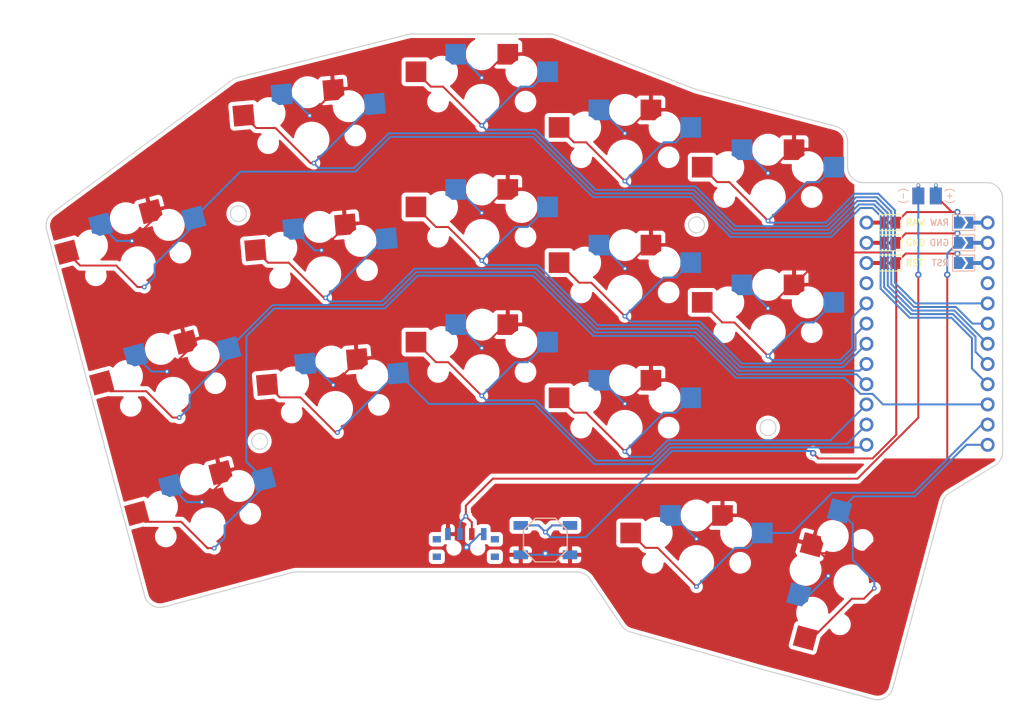
<source format=kicad_pcb>
(kicad_pcb (version 20211014) (generator pcbnew)
  (title_block (title "board") (rev "v1.0.0") (company "Unknown"))
  (layers (0 "F.Cu" signal) (31 "B.Cu" signal) (34 "B.Paste" user) (35 "F.Paste" user) (36 "B.SilkS" user "B.Silkscreen") (37 "F.SilkS" user "F.Silkscreen") (38 "B.Mask" user) (39 "F.Mask" user) (44 "Edge.Cuts" user))
  (net 0 "")
  (net 1 "GND")
  (net 2 "P5")
  (net 3 "P15")
  (net 4 "P4")
  (net 5 "P10")
  (net 6 "P18")
  (net 7 "P3")
  (net 8 "P16")
  (net 9 "P19")
  (net 10 "P2")
  (net 11 "P14")
  (net 12 "P20")
  (net 13 "P21")
  (net 14 "P8")
  (net 15 "P9")
  (net 16 "RAW")
  (net 17 "RST")
  (net 18 "P6")
  (net 19 "P7")
  (net 20 "Bminus")
  (footprint "bugs.pretty:Power_reversible" (layer "F.Cu") (at 32.423065 2.880998)
    (fp_text reference "T1" hide)
    (fp_text value "")
  )
  (footprint "E73:SW_TACT_ALPS_SKQGABE010" (layer "F.Cu") (at 42.423065 1.880998)
    (fp_text reference "B1" hide)
    (fp_text value "" hide)
  )
  (footprint "VIA-0.6mm" (layer "F.Cu") (at 70.423065 -27.264279)
    (fp_text reference "REF**" hide)
    (fp_text value "VIA-0.6mm" hide)
  )
  (footprint "VIA-0.6mm" (layer "F.Cu") (at -5.176381 -19.318517 15)
    (fp_text reference "REF**" hide)
    (fp_text value "VIA-0.6mm" hide)
  )
  (footprint "VIA-0.6mm" (layer "F.Cu") (at 34.423065 -50.264279)
    (fp_text reference "REF**" hide)
    (fp_text value "VIA-0.6mm" hide)
  )
  (footprint "PG1350" (layer "F.Cu") (at 80.892855 7.167315 75)
    (fp_text reference "S16" hide)
    (fp_text value "" hide)
  )
  (footprint "VIA-0.6mm" (layer "F.Cu") (at 52.423065 -26.264279)
    (fp_text reference "REF**" hide)
    (fp_text value "VIA-0.6mm" hide)
  )
  (footprint "PG1350" (layer "F.Cu") (at 52.423065 -46.264279)
    (fp_text reference "S12" hide)
    (fp_text value "" hide)
  )
  (footprint "PG1350" (layer "F.Cu") (at -4.399924 -16.420739 15)
    (fp_text reference "S2" hide)
    (fp_text value "" hide)
  )
  (footprint "VIA-0.6mm" (layer "F.Cu") (at 14.785701 -28.588251 5)
    (fp_text reference "REF**" hide)
    (fp_text value "VIA-0.6mm" hide)
  )
  (footprint "VIA-0.6mm" (layer "F.Cu") (at 12.781119 -51.500729 5)
    (fp_text reference "REF**" hide)
    (fp_text value "VIA-0.6mm" hide)
  )
  (footprint "VIA-0.6mm" (layer "F.Cu") (at 52.423065 -15.264279)
    (fp_text reference "REF**" hide)
    (fp_text value "VIA-0.6mm" hide)
  )
  (footprint "VIA-0.6mm" (layer "F.Cu") (at -8.02339 -29.943701 15)
    (fp_text reference "REF**" hide)
    (fp_text value "VIA-0.6mm" hide)
  )
  (footprint "VIA-0.6mm" (layer "F.Cu") (at 0.776457 2.897778 15)
    (fp_text reference "REF**" hide)
    (fp_text value "VIA-0.6mm" hide)
  )
  (footprint "VIA-0.6mm" (layer "F.Cu") (at -3.623467 -13.522962 15)
    (fp_text reference "REF**" hide)
    (fp_text value "VIA-0.6mm" hide)
  )
  (footprint "PG1350" (layer "F.Cu") (at 14.524234 -31.576835 5)
    (fp_text reference "S5" hide)
    (fp_text value "" hide)
  )
  (footprint "VIA-0.6mm" (layer "F.Cu") (at 70.423065 -44.264279)
    (fp_text reference "REF**" hide)
    (fp_text value "VIA-0.6mm" hide)
  )
  (footprint "PG1350" (layer "F.Cu") (at 13.042586 -48.512145 5)
    (fp_text reference "S6" hide)
    (fp_text value "" hide)
  )
  (footprint "VIA-0.6mm" (layer "F.Cu") (at 52.423065 -49.264279)
    (fp_text reference "REF**" hide)
    (fp_text value "VIA-0.6mm" hide)
  )
  (footprint "VIA-0.6mm" (layer "F.Cu") (at 15.744415 -17.630109 5)
    (fp_text reference "REF**" hide)
    (fp_text value "VIA-0.6mm" hide)
  )
  (footprint "VIA-0.6mm" (layer "F.Cu") (at 70.423065 -38.264279)
    (fp_text reference "REF**" hide)
    (fp_text value "VIA-0.6mm" hide)
  )
  (footprint "PG1350" (layer "F.Cu") (at 52.423065 -29.264279)
    (fp_text reference "S11" hide)
    (fp_text value "" hide)
  )
  (footprint "PG1350" (layer "F.Cu") (at 0 0 15)
    (fp_text reference "S1" hide)
    (fp_text value "" hide)
  )
  (footprint "VIA-0.6mm" (layer "F.Cu") (at 34.423065 -16.264279)
    (fp_text reference "REF**" hide)
    (fp_text value "VIA-0.6mm" hide)
  )
  (footprint "trochillidae.pretty:ProMicroSimpleJumper" (layer "F.Cu") (at 90.423065 -24.072646 -90)
    (fp_text reference "MCU1" hide)
    (fp_text value "Val**" hide)
  )
  (footprint "VIA-0.6mm" (layer "F.Cu") (at 14.262767 -34.565419 5)
    (fp_text reference "REF**" hide)
    (fp_text value "VIA-0.6mm" hide)
  )
  (footprint "VIA-0.6mm" (layer "F.Cu") (at 34.423065 -39.264279)
    (fp_text reference "REF**" hide)
    (fp_text value "VIA-0.6mm" hide)
  )
  (footprint "VIA-0.6mm" (layer "F.Cu") (at 70.423065 -21.264279)
    (fp_text reference "REF**" hide)
    (fp_text value "VIA-0.6mm" hide)
  )
  (footprint "VIA-0.6mm" (layer "F.Cu") (at 42.423065 0.880998)
    (fp_text reference "REF**" hide)
    (fp_text value "VIA-0.6mm" hide)
  )
  (footprint "VIA-0.6mm" (layer "F.Cu") (at 32.423065 -1.119002)
    (fp_text reference "REF**" hide)
    (fp_text value "VIA-0.6mm" hide)
  )
  (footprint "VIA-0.6mm" (layer "F.Cu") (at 16.267349 -11.652941 5)
    (fp_text reference "REF**" hide)
    (fp_text value "VIA-0.6mm" hide)
  )
  (footprint "PG1350" (layer "F.Cu") (at 34.423065 -53.264279)
    (fp_text reference "S9" hide)
    (fp_text value "" hide)
  )
  (footprint "VIA-0.6mm" (layer "F.Cu") (at 34.423065 -56.264279)
    (fp_text reference "REF**" hide)
    (fp_text value "VIA-0.6mm" hide)
  )
  (footprint "VIA-0.6mm" (layer "F.Cu") (at 61.423065 7.735721)
    (fp_text reference "REF**" hide)
    (fp_text value "VIA-0.6mm" hide)
  )
  (footprint "PG1350" (layer "F.Cu") (at -8.799848 -32.841478 15)
    (fp_text reference "S3" hide)
    (fp_text value "" hide)
  )
  (footprint "VIA-0.6mm" (layer "F.Cu") (at 83.790632 7.943772 75)
    (fp_text reference "REF**" hide)
    (fp_text value "VIA-0.6mm" hide)
  )
  (footprint "VIA-0.6mm" (layer "F.Cu") (at 52.423065 -32.264279)
    (fp_text reference "REF**" hide)
    (fp_text value "VIA-0.6mm" hide)
  )
  (footprint "VIA-0.6mm" (layer "F.Cu") (at 52.423065 -9.264279)
    (fp_text reference "REF**" hide)
    (fp_text value "VIA-0.6mm" hide)
  )
  (footprint "PG1350" (layer "F.Cu") (at 16.005882 -14.641525 5)
    (fp_text reference "S4" hide)
    (fp_text value "" hide)
  )
  (footprint "PG1350" (layer "F.Cu") (at 70.423065 -24.264279)
    (fp_text reference "S13" hide)
    (fp_text value "" hide)
  )
  (footprint "VIA-0.6mm" (layer "F.Cu") (at -0.776457 -2.897778 15)
    (fp_text reference "REF**" hide)
    (fp_text value "VIA-0.6mm" hide)
  )
  (footprint "VIA-0.6mm" (layer "F.Cu") (at 61.423065 1.735721)
    (fp_text reference "REF**" hide)
    (fp_text value "VIA-0.6mm" hide)
  )
  (footprint "PG1350" (layer "F.Cu") (at 52.423065 -12.264279)
    (fp_text reference "S10" hide)
    (fp_text value "" hide)
  )
  (footprint "VIA-0.6mm" (layer "F.Cu") (at 34.423065 -33.264279)
    (fp_text reference "REF**" hide)
    (fp_text value "VIA-0.6mm" hide)
  )
  (footprint "VIA-0.6mm" (layer "F.Cu") (at 52.423065 -43.264279)
    (fp_text reference "REF**" hide)
    (fp_text value "VIA-0.6mm" hide)
  )
  (footprint "PG1350" (layer "F.Cu") (at 34.423065 -19.264279)
    (fp_text reference "S7" hide)
    (fp_text value "" hide)
  )
  (footprint "E73:SW_TACT_ALPS_SKQGABE010" (layer "F.Cu") (at 42.423065 1.880998)
    (fp_text reference "B2" hide)
    (fp_text value "" hide)
  )
  (footprint "VIA-0.6mm" (layer "F.Cu") (at 13.304054 -45.523561 5)
    (fp_text reference "REF**" hide)
    (fp_text value "VIA-0.6mm" hide)
  )
  (footprint "PG1350" (layer "F.Cu") (at 34.423065 -36.264279)
    (fp_text reference "S8" hide)
    (fp_text value "" hide)
  )
  (footprint "VIA-0.6mm" (layer "F.Cu") (at 34.423065 -22.264279)
    (fp_text reference "REF**" hide)
    (fp_text value "VIA-0.6mm" hide)
  )
  (footprint "VIA-0.6mm" (layer "F.Cu") (at 77.995077 6.390858 75)
    (fp_text reference "REF**" hide)
    (fp_text value "VIA-0.6mm" hide)
  )
  (footprint "VIA-0.6mm" (layer "F.Cu") (at -9.576305 -35.739256 15)
    (fp_text reference "REF**" hide)
    (fp_text value "VIA-0.6mm" hide)
  )
  (footprint "PG1350" (layer "F.Cu") (at 61.423065 4.735721)
    (fp_text reference "S15" hide)
    (fp_text value "" hide)
  )
  (footprint "PG1350" (layer "F.Cu") (at 70.423065 -41.264279)
    (fp_text reference "S14" hide)
    (fp_text value "" hide)
  )
  (footprint "bugs.pretty:Battery_pads_reversible" (layer "B.Cu") (at 90.424 -41.402 180)
    (fp_text reference "BT1" hide)
    (fp_text value "Battery_Cell")
  )
  (gr_circle (center 6.493371 -10.539741) (end 7.493371 -10.539741) (layer "Edge.Cuts") (width 0.15) (fill none))
  (gr_line (start 69.203381 18.011358) (end 83.677315 21.889637) (layer "Edge.Cuts") (width 0.15))
  (gr_arc (start 78.932052 -50.156651) (mid 80.007043 -49.443572) (end 80.423065 -48.222502) (layer "Edge.Cuts") (width 0.15))
  (gr_line (start 86.126805 20.475423) (end 92.388086 -2.891995) (layer "Edge.Cuts") (width 0.15))
  (gr_line (start 25.18235 -61.703587) (end 3.71846 -56.291826) (layer "Edge.Cuts") (width 0.15))
  (gr_line (start 78.932052 -50.156651) (end 61.533011 -54.735346) (layer "Edge.Cuts") (width 0.15))
  (gr_arc (start -20.306379 -37.147405) (mid -20.262494 -38.325027) (end -19.563146 -39.273515) (layer "Edge.Cuts") (width 0.15))
  (gr_arc (start 10.638961 5.949146) (mid 10.895547 5.898108) (end 11.156599 5.880998) (layer "Edge.Cuts") (width 0.15))
  (gr_line (start 11.156599 5.880998) (end 46.364326 5.880998) (layer "Edge.Cuts") (width 0.15))
  (gr_arc (start 99.923065 -9.204437) (mid 99.663685 -8.219428) (end 98.952823 -7.489911) (layer "Edge.Cuts") (width 0.15))
  (gr_line (start 3.018805 -55.960991) (end -19.563146 -39.273515) (layer "Edge.Cuts") (width 0.15))
  (gr_line (start 53.121371 13.434467) (end 69.173536 18.003113) (layer "Edge.Cuts") (width 0.15))
  (gr_arc (start 69.20338 18.011358) (mid 69.188442 18.007293) (end 69.173536 18.003113) (layer "Edge.Cuts") (width 0.15))
  (gr_arc (start 92.388087 -2.891994) (mid 92.722779 -3.578134) (end 93.29018 -4.088882) (layer "Edge.Cuts") (width 0.15))
  (gr_line (start 97.923065 -43.072646) (end 82.423065 -43.072646) (layer "Edge.Cuts") (width 0.15))
  (gr_arc (start 43.047863 -61.764278) (mid 43.416632 -61.729986) (end 43.772755 -61.628288) (layer "Edge.Cuts") (width 0.15))
  (gr_circle (center 61.423065 -37.764279) (end 62.423065 -37.764279) (layer "Edge.Cuts") (width 0.15) (fill none))
  (gr_line (start 93.29018 -4.088882) (end 98.952823 -7.489911) (layer "Edge.Cuts") (width 0.15))
  (gr_line (start 43.047863 -61.764279) (end 25.671314 -61.764279) (layer "Edge.Cuts") (width 0.15))
  (gr_arc (start 97.923065 -43.072646) (mid 99.337279 -42.48686) (end 99.923065 -41.072646) (layer "Edge.Cuts") (width 0.15))
  (gr_circle (center 3.821463 -39.172932) (end 4.821463 -39.172932) (layer "Edge.Cuts") (width 0.15) (fill none))
  (gr_line (start -5.527445 10.280922) (end 10.638961 5.949146) (layer "Edge.Cuts") (width 0.15))
  (gr_line (start 80.423065 -45.072646) (end 80.423065 -48.222502) (layer "Edge.Cuts") (width 0.15))
  (gr_circle (center 70.423065 -12.264279) (end 71.423065 -12.264279) (layer "Edge.Cuts") (width 0.15) (fill none))
  (gr_line (start 99.923065 -9.204437) (end 99.923065 -41.072646) (layer "Edge.Cuts") (width 0.15))
  (gr_arc (start 53.121371 13.434467) (mid 52.497838 13.132193) (end 52.014874 12.635294) (layer "Edge.Cuts") (width 0.15))
  (gr_line (start 61.317105 -54.805486) (end 43.772755 -61.628288) (layer "Edge.Cuts") (width 0.15))
  (gr_arc (start -5.527445 10.280922) (mid -7.045083 10.081121) (end -7.976935 8.866708) (layer "Edge.Cuts") (width 0.15))
  (gr_arc (start 46.364326 5.880998) (mid 47.300043 6.113391) (end 48.018306 6.756564) (layer "Edge.Cuts") (width 0.15))
  (gr_arc (start 82.423065 -43.072646) (mid 81.008851 -43.658432) (end 80.423065 -45.072646) (layer "Edge.Cuts") (width 0.15))
  (gr_line (start 48.018306 6.756564) (end 52.014874 12.635294) (layer "Edge.Cuts") (width 0.15))
  (gr_arc (start 3.018804 -55.960991) (mid 3.352477 -56.160574) (end 3.71846 -56.291826) (layer "Edge.Cuts") (width 0.15))
  (gr_arc (start 25.18235 -61.703587) (mid 25.424956 -61.749048) (end 25.671314 -61.764279) (layer "Edge.Cuts") (width 0.15))
  (gr_arc (start 61.533011 -54.735346) (mid 61.424062 -54.76735) (end 61.317105 -54.805486) (layer "Edge.Cuts") (width 0.15))
  (gr_arc (start 86.126805 20.475423) (mid 85.194953 21.689836) (end 83.677315 21.889637) (layer "Edge.Cuts") (width 0.15))
  (gr_line (start -20.306379 -37.147404) (end -7.976935 8.866708) (layer "Edge.Cuts") (width 0.15))
  (segment (start 18.749843 -20.854319) (end 18.749843 -20.635537) (width 0.25) (layer "F.Cu") (net 1))
  (segment (start 37.698065 -25.214279) (end 37.373065 -25.214279) (width 0.25) (layer "F.Cu") (net 1))
  (segment (start 92.964 -31.496) (end 92.964 -7.059909) (width 0.25) (layer "F.Cu") (net 1))
  (segment (start 17.268195 -37.789629) (end 17.268195 -37.570847) (width 0.25) (layer "F.Cu") (net 1))
  (segment (start 17.268195 -37.570847) (end 14.262767 -34.565419) (width 0.25) (layer "F.Cu") (net 1))
  (segment (start 55.698065 -52.214279) (end 55.373065 -52.214279) (width 0.25) (layer "F.Cu") (net 1))
  (segment (start 55.373065 -52.214279) (end 52.423065 -49.264279) (width 0.25) (layer "F.Cu") (net 1))
  (segment (start -7.176414 -38.139147) (end -9.576305 -35.739256) (width 0.25) (layer "F.Cu") (net 1))
  (segment (start 15.786547 -54.724939) (end 15.786547 -54.506157) (width 0.25) (layer "F.Cu") (net 1))
  (segment (start 37.698065 -42.214279) (end 37.373065 -42.214279) (width 0.25) (layer "F.Cu") (net 1))
  (segment (start 55.698065 -35.214279) (end 55.373065 -35.214279) (width 0.25) (layer "F.Cu") (net 1))
  (segment (start 77.054675 3.525381) (end 75.993229 2.463935) (width 0.25) (layer "F.Cu") (net 1))
  (segment (start 55.373065 -18.214279) (end 52.423065 -15.264279) (width 0.25) (layer "F.Cu") (net 1))
  (segment (start 73.698065 -30.214279) (end 77.773786 -34.29) (width 0.25) (layer "F.Cu") (net 1))
  (segment (start 73.373065 -47.214279) (end 70.423065 -44.264279) (width 0.25) (layer "F.Cu") (net 1))
  (segment (start 73.698065 -30.214279) (end 73.373065 -30.214279) (width 0.25) (layer "F.Cu") (net 1))
  (segment (start 82.37871 3.525381) (end 77.054675 3.525381) (width 0.25) (layer "F.Cu") (net 1))
  (segment (start 55.698065 -18.214279) (end 55.373065 -18.214279) (width 0.25) (layer "F.Cu") (net 1))
  (segment (start 37.373065 -25.214279) (end 34.423065 -22.264279) (width 0.25) (layer "F.Cu") (net 1))
  (segment (start 85.744359 -34.29) (end 86.548065 -35.093706) (width 0.25) (layer "F.Cu") (net 1))
  (segment (start -7.176414 -39.436369) (end -7.176414 -38.139147) (width 0.25) (layer "F.Cu") (net 1))
  (segment (start 73.373065 -30.214279) (end 70.423065 -27.264279) (width 0.25) (layer "F.Cu") (net 1))
  (segment (start 55.373065 -35.214279) (end 52.423065 -32.264279) (width 0.25) (layer "F.Cu") (net 1))
  (segment (start -2.77649 -21.718408) (end -5.176381 -19.318517) (width 0.25) (layer "F.Cu") (net 1))
  (segment (start 77.995077 6.390858) (end 77.995077 4.465783) (width 0.25) (layer "F.Cu") (net 1))
  (segment (start 77.773786 -34.29) (end 85.744359 -34.29) (width 0.25) (layer "F.Cu") (net 1))
  (segment (start 77.995077 4.465783) (end 75.993229 2.463935) (width 0.25) (layer "F.Cu") (net 1))
  (segment (start 37.373065 -59.214279) (end 34.423065 -56.264279) (width 0.25) (layer "F.Cu") (net 1))
  (segment (start 12.781119 -51.500729) (end 13.205383 -51.500729) (width 0.25) (layer "F.Cu") (net 1))
  (segment (start 64.698065 -1.214279) (end 64.373065 -1.214279) (width 0.25) (layer "F.Cu") (net 1))
  (segment (start -2.77649 -23.01563) (end -2.77649 -21.718408) (width 0.25) (layer "F.Cu") (net 1))
  (segment (start 37.373065 -42.214279) (end 34.423065 -39.264279) (width 0.25) (layer "F.Cu") (net 1))
  (segment (start 94.234 -36.693146) (end 87.738565 -36.693146) (width 0.25) (layer "F.Cu") (net 1))
  (segment (start 86.548065 -35.093706) (end 86.548065 -35.502646) (width 0.25) (layer "F.Cu") (net 1))
  (segment (start 15.786547 -54.506157) (end 12.781119 -51.500729) (width 0.25) (layer "F.Cu") (net 1))
  (segment (start 1.623434 -5.297669) (end -0.776457 -2.897778) (width 0.25) (layer "F.Cu") (net 1))
  (segment (start 37.698065 -59.214279) (end 37.373065 -59.214279) (width 0.25) (layer "F.Cu") (net 1))
  (segment (start 18.749843 -20.635537) (end 15.744415 -17.630109) (width 0.25) (layer "F.Cu") (net 1))
  (segment (start 87.738565 -36.693146) (end 86.548065 -35.502646) (width 0.25) (layer "F.Cu") (net 1))
  (segment (start 92.964 -7.059909) (end 82.37871 3.525381) (width 0.25) (layer "F.Cu") (net 1))
  (segment (start 86.548065 -35.56) (end 86.548065 -35.15106) (width 0.25) (layer "F.Cu") (net 1))
  (segment (start 73.698065 -47.214279) (end 73.373065 -47.214279) (width 0.25) (layer "F.Cu") (net 1))
  (segment (start 1.623434 -6.594891) (end 1.623434 -5.297669) (width 0.25) (layer "F.Cu") (net 1))
  (segment (start 64.373065 -1.214279) (end 61.423065 1.735721) (width 0.25) (layer "F.Cu") (net 1))
  (via (at 42.418 3.556) (size 0.8) (drill 0.4) (layers "F.Cu" "B.Cu") (net 1))
  (via (at 92.964 -31.496) (size 0.8) (drill 0.4) (layers "F.Cu" "B.Cu") (net 1))
  (via (at 94.234 -36.693146) (size 0.8) (drill 0.4) (layers "F.Cu" "B.Cu") (net 1))
  (via (at 32.512 2.794) (size 0.8) (drill 0.4) (layers "F.Cu" "B.Cu") (net 1))
  (segment (start 34.673065 1.130998) (end 34.175002 1.130998) (width 0.25) (layer "B.Cu") (net 1))
  (segment (start 31.148065 -42.214279) (end 31.473065 -42.214279) (width 0.25) (layer "B.Cu") (net 1))
  (segment (start 10.74312 -37.218758) (end 13.396459 -34.565419) (width 0.25) (layer "B.Cu") (net 1))
  (segment (start 74.297964 8.790749) (end 75.595186 8.790749) (width 0.25) (layer "B.Cu") (net 1))
  (segment (start 49.473065 -18.214279) (end 52.423065 -15.264279) (width 0.25) (layer "B.Cu") (net 1))
  (segment (start 42.592998 3.730998) (end 42.418 3.556) (width 0.25) (layer "B.Cu") (net 1))
  (segment (start 49.148065 -52.214279) (end 49.473065 -52.214279) (width 0.25) (layer "B.Cu") (net 1))
  (segment (start -2.701532 -2.897778) (end -0.776457 -2.897778) (width 0.25) (layer "B.Cu") (net 1))
  (segment (start 31.148065 -59.214279) (end 31.473065 -59.214279) (width 0.25) (layer "B.Cu") (net 1))
  (segment (start 94.234 -36.693146) (end 94.234 -35.566711) (width 0.25) (layer "B.Cu") (net 1))
  (segment (start 67.473065 -30.214279) (end 70.423065 -27.264279) (width 0.25) (layer "B.Cu") (net 1))
  (segment (start 67.473065 -47.214279) (end 70.423065 -44.264279) (width 0.25) (layer "B.Cu") (net 1))
  (segment (start 49.148065 -35.214279) (end 49.473065 -35.214279) (width 0.25) (layer "B.Cu") (net 1))
  (segment (start 31.148065 -25.214279) (end 31.473065 -25.214279) (width 0.25) (layer "B.Cu") (net 1))
  (segment (start 10.12778 -54.154068) (end 12.781119 -51.500729) (width 0.25) (layer "B.Cu") (net 1))
  (segment (start 49.148065 -18.214279) (end 49.473065 -18.214279) (width 0.25) (layer "B.Cu") (net 1))
  (segment (start 45.523065 3.730998) (end 42.592998 3.730998) (width 0.25) (layer "B.Cu") (net 1))
  (segment (start -13.503228 -37.741104) (end -11.50138 -35.739256) (width 0.25) (layer "B.Cu") (net 1))
  (segment (start 42.418 3.556) (end 42.243002 3.730998) (width 0.25) (layer "B.Cu") (net 1))
  (segment (start 94.234 -35.566711) (end 94.298065 -35.502646) (width 0.25) (layer "B.Cu") (net 1))
  (segment (start -11.50138 -35.739256) (end -9.576305 -35.739256) (width 0.25) (layer "B.Cu") (net 1))
  (segment (start 31.473065 -59.214279) (end 34.423065 -56.264279) (width 0.25) (layer "B.Cu") (net 1))
  (segment (start 67.148065 -30.214279) (end 67.473065 -30.214279) (width 0.25) (layer "B.Cu") (net 1))
  (segment (start 12.224768 -20.283448) (end 13.091076 -20.283448) (width 0.25) (layer "B.Cu") (net 1))
  (segment (start 49.473065 -35.214279) (end 52.423065 -32.264279) (width 0.25) (layer "B.Cu") (net 1))
  (segment (start 49.473065 -52.214279) (end 52.423065 -49.264279) (width 0.25) (layer "B.Cu") (net 1))
  (segment (start 42.243002 3.730998) (end 39.323065 3.730998) (width 0.25) (layer "B.Cu") (net 1))
  (segment (start 92.964 -34.168581) (end 94.298065 -35.502646) (width 0.25) (layer "B.Cu") (net 1))
  (segment (start 92.964 -31.496) (end 92.964 -34.168581) (width 0.25) (layer "B.Cu") (net 1))
  (segment (start 31.473065 -42.214279) (end 34.423065 -39.264279) (width 0.25) (layer "B.Cu") (net 1))
  (segment (start -4.70338 -4.899626) (end -2.701532 -2.897778) (width 0.25) (layer "B.Cu") (net 1))
  (segment (start 58.473065 -1.214279) (end 61.423065 1.735721) (width 0.25) (layer "B.Cu") (net 1))
  (segment (start 58.148065 -1.214279) (end 58.473065 -1.214279) (width 0.25) (layer "B.Cu") (net 1))
  (segment (start 13.091076 -20.283448) (end 15.744415 -17.630109) (width 0.25) (layer "B.Cu") (net 1))
  (segment (start -9.103304 -21.320365) (end -7.101456 -19.318517) (width 0.25) (layer "B.Cu") (net 1))
  (segment (start 13.396459 -34.565419) (end 14.262767 -34.565419) (width 0.25) (layer "B.Cu") (net 1))
  (segment (start 67.148065 -47.214279) (end 67.473065 -47.214279) (width 0.25) (layer "B.Cu") (net 1))
  (segment (start 31.473065 -25.214279) (end 34.423065 -22.264279) (width 0.25) (layer "B.Cu") (net 1))
  (segment (start 34.175002 1.130998) (end 32.512 2.794) (width 0.25) (layer "B.Cu") (net 1))
  (segment (start 9.261472 -54.154068) (end 10.12778 -54.154068) (width 0.25) (layer "B.Cu") (net 1))
  (segment (start 75.595186 8.790749) (end 77.995077 6.390858) (width 0.25) (layer "B.Cu") (net 1))
  (segment (start -7.101456 -19.318517) (end -5.176381 -19.318517) (width 0.25) (layer "B.Cu") (net 1))
  (segment (start 6.061327 -49.937575) (end 8.482425 -49.937575) (width 0.25) (layer "F.Cu") (net 2))
  (segment (start 8.482425 -49.937575) (end 12.896439 -45.523561) (width 0.25) (layer "F.Cu") (net 2))
  (segment (start 4.472241 -51.526661) (end 6.061327 -49.937575) (width 0.25) (layer "F.Cu") (net 2))
  (segment (start 12.896439 -45.523561) (end 13.304054 -45.523561) (width 0.25) (layer "F.Cu") (net 2))
  (segment (start 85.03152 -29.920861) (end 85.03152 -39.048197) (width 0.25) (layer "B.Cu") (net 2))
  (segment (start 98.043065 -20.262646) (end 96.52 -21.785711) (width 0.25) (layer "B.Cu") (net 2))
  (segment (start 88.418295 -26.534086) (end 85.03152 -29.920861) (width 0.25) (layer "B.Cu") (net 2))
  (segment (start 96.52 -21.785711) (end 96.52 -23.689993) (width 0.25) (layer "B.Cu") (net 2))
  (segment (start 65.921606 -36.69296) (end 60.900085 -41.71448) (width 0.25) (layer "B.Cu") (net 2))
  (segment (start 93.675907 -26.534086) (end 88.418295 -26.534086) (width 0.25) (layer "B.Cu") (net 2))
  (segment (start 13.928095 -44.89952) (end 13.304054 -45.523561) (width 0.25) (layer "B.Cu") (net 2))
  (segment (start 20.959263 -52.969089) (end 20.749582 -52.969089) (width 0.25) (layer "B.Cu") (net 2))
  (segment (start 85.03152 -39.048197) (end 83.752198 -40.32752) (width 0.25) (layer "B.Cu") (net 2))
  (segment (start 22.732282 -49.276) (end 18.355802 -44.89952) (width 0.25) (layer "B.Cu") (net 2))
  (segment (start 48.581803 -41.71448) (end 41.020282 -49.276) (width 0.25) (layer "B.Cu") (net 2))
  (segment (start 60.900085 -41.71448) (end 48.581803 -41.71448) (width 0.25) (layer "B.Cu") (net 2))
  (segment (start 18.355802 -44.89952) (end 13.928095 -44.89952) (width 0.25) (layer "B.Cu") (net 2))
  (segment (start 81.855803 -40.32752) (end 78.221242 -36.69296) (width 0.25) (layer "B.Cu") (net 2))
  (segment (start 20.749582 -52.969089) (end 13.304054 -45.523561) (width 0.25) (layer "B.Cu") (net 2))
  (segment (start 96.52 -23.689993) (end 93.675907 -26.534086) (width 0.25) (layer "B.Cu") (net 2))
  (segment (start 83.752198 -40.32752) (end 81.855803 -40.32752) (width 0.25) (layer "B.Cu") (net 2))
  (segment (start 78.221242 -36.69296) (end 65.921606 -36.69296) (width 0.25) (layer "B.Cu") (net 2))
  (segment (start 41.020282 -49.276) (end 22.732282 -49.276) (width 0.25) (layer "B.Cu") (net 2))
  (segment (start -4.45647 -13.522962) (end -3.623467 -13.522962) (width 0.25) (layer "F.Cu") (net 3))
  (segment (start -7.773295 -16.839787) (end -4.45647 -13.522962) (width 0.25) (layer "F.Cu") (net 3))
  (segment (start -13.363532 -17.901233) (end -12.302086 -16.839787) (width 0.25) (layer "F.Cu") (net 3))
  (segment (start -12.302086 -16.839787) (end -7.773295 -16.839787) (width 0.25) (layer "F.Cu") (net 3))
  (segment (start -2.310903 -14.835526) (end -3.623467 -13.522962) (width 0.25) (layer "B.Cu") (net 3))
  (segment (start 2.622541 -21.287125) (end -2.310903 -16.353681) (width 0.25) (layer "B.Cu") (net 3))
  (segment (start 82.803065 -17.722646) (end 81.554271 -18.97144) (width 0.25) (layer "B.Cu") (net 3))
  (segment (start -2.310903 -16.353681) (end -2.310903 -14.835526) (width 0.25) (layer "B.Cu") (net 3))
  (segment (start 66.575745 -18.97144) (end 65.843512 -19.703673) (width 0.25) (layer "B.Cu") (net 3))
  (segment (start 81.554271 -18.97144) (end 66.575745 -18.97144) (width 0.25) (layer "B.Cu") (net 3))
  (segment (start 48.649606 -24.24696) (end 41.088084 -31.80848) (width 0.25) (layer "B.Cu") (net 3))
  (segment (start 26.162001 -31.80848) (end 22.03952 -27.686) (width 0.25) (layer "B.Cu") (net 3))
  (segment (start 2.622541 -22.184688) (end 2.622541 -21.287125) (width 0.25) (layer "B.Cu") (net 3))
  (segment (start 22.03952 -27.686) (end 8.123853 -27.686) (width 0.25) (layer "B.Cu") (net 3))
  (segment (start 8.123853 -27.686) (end 2.622541 -22.184688) (width 0.25) (layer "B.Cu") (net 3))
  (segment (start 65.843512 -19.703673) (end 61.300222 -24.24696) (width 0.25) (layer "B.Cu") (net 3))
  (segment (start 41.088084 -31.80848) (end 26.162001 -31.80848) (width 0.25) (layer "B.Cu") (net 3))
  (segment (start 61.300222 -24.24696) (end 48.649606 -24.24696) (width 0.25) (layer "B.Cu") (net 3))
  (segment (start 28.022586 -55.139758) (end 29.547586 -55.139758) (width 0.25) (layer "F.Cu") (net 4))
  (segment (start 26.148065 -57.014279) (end 28.022586 -55.139758) (width 0.25) (layer "F.Cu") (net 4))
  (segment (start 29.547586 -55.139758) (end 34.423065 -50.264279) (width 0.25) (layer "F.Cu") (net 4))
  (segment (start 81.669606 -40.77704) (end 78.035044 -37.14248) (width 0.25) (layer "B.Cu") (net 4))
  (segment (start 83.938396 -40.77704) (end 81.669606 -40.77704) (width 0.25) (layer "B.Cu") (net 4))
  (segment (start 61.086282 -42.164) (end 48.768 -42.164) (width 0.25) (layer "B.Cu") (net 4))
  (segment (start 88.604493 -26.983606) (end 85.48104 -30.107059) (width 0.25) (layer "B.Cu") (net 4))
  (segment (start 66.107803 -37.14248) (end 61.086282 -42.164) (width 0.25) (layer "B.Cu") (net 4))
  (segment (start 85.48104 -39.234395) (end 83.938396 -40.77704) (width 0.25) (layer "B.Cu") (net 4))
  (segment (start 98.043065 -22.802646) (end 93.862105 -26.983606) (width 0.25) (layer "B.Cu") (net 4))
  (segment (start 42.698065 -57.014279) (end 40.823544 -55.139758) (width 0.25) (layer "B.Cu") (net 4))
  (segment (start 41.20648 -49.72552) (end 34.961824 -49.72552) (width 0.25) (layer "B.Cu") (net 4))
  (segment (start 78.035044 -37.14248) (end 66.107803 -37.14248) (width 0.25) (layer "B.Cu") (net 4))
  (segment (start 34.961824 -49.72552) (end 34.423065 -50.264279) (width 0.25) (layer "B.Cu") (net 4))
  (segment (start 85.48104 -30.107059) (end 85.48104 -39.234395) (width 0.25) (layer "B.Cu") (net 4))
  (segment (start 39.298544 -55.139758) (end 34.423065 -50.264279) (width 0.25) (layer "B.Cu") (net 4))
  (segment (start 40.823544 -55.139758) (end 39.298544 -55.139758) (width 0.25) (layer "B.Cu") (net 4))
  (segment (start 93.862105 -26.983606) (end 88.604493 -26.983606) (width 0.25) (layer "B.Cu") (net 4))
  (segment (start 48.768 -42.164) (end 41.20648 -49.72552) (width 0.25) (layer "B.Cu") (net 4))
  (segment (start 11.619045 -16.066955) (end 16.033059 -11.652941) (width 0.25) (layer "F.Cu") (net 5))
  (segment (start 16.033059 -11.652941) (end 16.267349 -11.652941) (width 0.25) (layer "F.Cu") (net 5))
  (segment (start 9.024623 -16.066955) (end 11.619045 -16.066955) (width 0.25) (layer "F.Cu") (net 5))
  (segment (start 7.435537 -17.656041) (end 9.024623 -16.066955) (width 0.25) (layer "F.Cu") (net 5))
  (segment (start 82.469379 -9.76896) (end 58.156678 -9.76896) (width 0.25) (layer "B.Cu") (net 5))
  (segment (start 58.156678 -9.76896) (end 56.066198 -7.67848) (width 0.25) (layer "B.Cu") (net 5))
  (segment (start 23.712877 -19.098469) (end 16.267349 -11.652941) (width 0.25) (layer "B.Cu") (net 5))
  (segment (start 41.020282 -15.24) (end 27.781028 -15.24) (width 0.25) (layer "B.Cu") (net 5))
  (segment (start 56.066198 -7.67848) (end 48.581803 -7.67848) (width 0.25) (layer "B.Cu") (net 5))
  (segment (start 48.581803 -7.67848) (end 41.020282 -15.24) (width 0.25) (layer "B.Cu") (net 5))
  (segment (start 82.803065 -10.102646) (end 82.469379 -9.76896) (width 0.25) (layer "B.Cu") (net 5))
  (segment (start 23.922559 -19.098469) (end 23.712877 -19.098469) (width 0.25) (layer "B.Cu") (net 5))
  (segment (start 27.781028 -15.24) (end 23.922559 -19.098469) (width 0.25) (layer "B.Cu") (net 5))
  (segment (start 7.542975 -33.002265) (end 10.144481 -33.002265) (width 0.25) (layer "F.Cu") (net 6))
  (segment (start 14.558495 -28.588251) (end 14.785701 -28.588251) (width 0.25) (layer "F.Cu") (net 6))
  (segment (start 5.953889 -34.591351) (end 7.542975 -33.002265) (width 0.25) (layer "F.Cu") (net 6))
  (segment (start 10.144481 -33.002265) (end 14.558495 -28.588251) (width 0.25) (layer "F.Cu") (net 6))
  (segment (start 25.975802 -32.258) (end 41.274282 -32.258) (width 0.25) (layer "B.Cu") (net 6))
  (segment (start 15.238432 -28.13552) (end 21.853322 -28.13552) (width 0.25) (layer "B.Cu") (net 6))
  (segment (start 41.274282 -32.258) (end 48.835803 -24.69648) (width 0.25) (layer "B.Cu") (net 6))
  (segment (start 21.853322 -28.13552) (end 25.975802 -32.258) (width 0.25) (layer "B.Cu") (net 6))
  (segment (start 48.835803 -24.69648) (end 61.48642 -24.69648) (width 0.25) (layer "B.Cu") (net 6))
  (segment (start 22.440911 -36.033779) (end 22.231229 -36.033779) (width 0.25) (layer "B.Cu") (net 6))
  (segment (start 66.761941 -19.42096) (end 81.961379 -19.42096) (width 0.25) (layer "B.Cu") (net 6))
  (segment (start 14.785701 -28.588251) (end 15.238432 -28.13552) (width 0.25) (layer "B.Cu") (net 6))
  (segment (start 81.961379 -19.42096) (end 82.803065 -20.262646) (width 0.25) (layer "B.Cu") (net 6))
  (segment (start 61.48642 -24.69648) (end 66.761941 -19.42096) (width 0.25) (layer "B.Cu") (net 6))
  (segment (start 22.231229 -36.033779) (end 14.785701 -28.588251) (width 0.25) (layer "B.Cu") (net 6))
  (segment (start 46.022586 -48.139758) (end 47.547586 -48.139758) (width 0.25) (layer "F.Cu") (net 7))
  (segment (start 47.547586 -48.139758) (end 52.423065 -43.264279) (width 0.25) (layer "F.Cu") (net 7))
  (segment (start 44.148065 -50.014279) (end 46.022586 -48.139758) (width 0.25) (layer "F.Cu") (net 7))
  (segment (start 66.294 -37.592) (end 61.27248 -42.61352) (width 0.25) (layer "B.Cu") (net 7))
  (segment (start 53.073824 -42.61352) (end 52.423065 -43.264279) (width 0.25) (layer "B.Cu") (net 7))
  (segment (start 85.93056 -30.293257) (end 85.93056 -39.420593) (width 0.25) (layer "B.Cu") (net 7))
  (segment (start 61.27248 -42.61352) (end 53.073824 -42.61352) (width 0.25) (layer "B.Cu") (net 7))
  (segment (start 96.138783 -25.342646) (end 94.048303 -27.433126) (width 0.25) (layer "B.Cu") (net 7))
  (segment (start 84.124594 -41.22656) (end 81.483409 -41.22656) (width 0.25) (layer "B.Cu") (net 7))
  (segment (start 81.483409 -41.22656) (end 77.848846 -37.592) (width 0.25) (layer "B.Cu") (net 7))
  (segment (start 77.848846 -37.592) (end 66.294 -37.592) (width 0.25) (layer "B.Cu") (net 7))
  (segment (start 85.93056 -39.420593) (end 84.124594 -41.22656) (width 0.25) (layer "B.Cu") (net 7))
  (segment (start 98.043065 -25.342646) (end 96.138783 -25.342646) (width 0.25) (layer "B.Cu") (net 7))
  (segment (start 58.823544 -48.139758) (end 57.298544 -48.139758) (width 0.25) (layer "B.Cu") (net 7))
  (segment (start 94.048303 -27.433126) (end 88.790691 -27.433126) (width 0.25) (layer "B.Cu") (net 7))
  (segment (start 57.298544 -48.139758) (end 52.423065 -43.264279) (width 0.25) (layer "B.Cu") (net 7))
  (segment (start 88.790691 -27.433126) (end 85.93056 -30.293257) (width 0.25) (layer "B.Cu") (net 7))
  (segment (start 60.698065 -50.014279) (end 58.823544 -48.139758) (width 0.25) (layer "B.Cu") (net 7))
  (segment (start 30.197644 -20.4897) (end 34.423065 -16.264279) (width 0.25) (layer "F.Cu") (net 8))
  (segment (start 26.148065 -23.014279) (end 28.672644 -20.4897) (width 0.25) (layer "F.Cu") (net 8))
  (segment (start 28.672644 -20.4897) (end 30.197644 -20.4897) (width 0.25) (layer "F.Cu") (net 8))
  (segment (start 34.997824 -15.68952) (end 34.423065 -16.264279) (width 0.25) (layer "B.Cu") (net 8))
  (segment (start 40.173486 -20.4897) (end 38.648486 -20.4897) (width 0.25) (layer "B.Cu") (net 8))
  (segment (start 80.378899 -10.21848) (end 57.97048 -10.21848) (width 0.25) (layer "B.Cu") (net 8))
  (segment (start 38.648486 -20.4897) (end 34.423065 -16.264279) (width 0.25) (layer "B.Cu") (net 8))
  (segment (start 82.803065 -12.642646) (end 80.378899 -10.21848) (width 0.25) (layer "B.Cu") (net 8))
  (segment (start 57.97048 -10.21848) (end 55.88 -8.128) (width 0.25) (layer "B.Cu") (net 8))
  (segment (start 42.698065 -23.014279) (end 40.173486 -20.4897) (width 0.25) (layer "B.Cu") (net 8))
  (segment (start 48.768 -8.128) (end 41.20648 -15.68952) (width 0.25) (layer "B.Cu") (net 8))
  (segment (start 41.20648 -15.68952) (end 34.997824 -15.68952) (width 0.25) (layer "B.Cu") (net 8))
  (segment (start 55.88 -8.128) (end 48.768 -8.128) (width 0.25) (layer "B.Cu") (net 8))
  (segment (start 28.672644 -37.4897) (end 30.197644 -37.4897) (width 0.25) (layer "F.Cu") (net 9))
  (segment (start 30.197644 -37.4897) (end 34.423065 -33.264279) (width 0.25) (layer "F.Cu") (net 9))
  (segment (start 26.148065 -40.014279) (end 28.672644 -37.4897) (width 0.25) (layer "F.Cu") (net 9))
  (segment (start 40.173486 -37.4897) (end 38.648486 -37.4897) (width 0.25) (layer "B.Cu") (net 9))
  (segment (start 82.803065 -22.802646) (end 79.870899 -19.87048) (width 0.25) (layer "B.Cu") (net 9))
  (segment (start 66.948139 -19.87048) (end 61.672618 -25.146) (width 0.25) (layer "B.Cu") (net 9))
  (segment (start 49.022 -25.146) (end 41.46048 -32.70752) (width 0.25) (layer "B.Cu") (net 9))
  (segment (start 38.648486 -37.4897) (end 34.423065 -33.264279) (width 0.25) (layer "B.Cu") (net 9))
  (segment (start 42.698065 -40.014279) (end 40.173486 -37.4897) (width 0.25) (layer "B.Cu") (net 9))
  (segment (start 41.46048 -32.70752) (end 34.979824 -32.70752) (width 0.25) (layer "B.Cu") (net 9))
  (segment (start 34.979824 -32.70752) (end 34.423065 -33.264279) (width 0.25) (layer "B.Cu") (net 9))
  (segment (start 61.672618 -25.146) (end 49.022 -25.146) (width 0.25) (layer "B.Cu") (net 9))
  (segment (start 79.870899 -19.87048) (end 66.948139 -19.87048) (width 0.25) (layer "B.Cu") (net 9))
  (segment (start 62.148065 -45.014279) (end 64.022586 -43.139758) (width 0.25) (layer "F.Cu") (net 10))
  (segment (start 65.547586 -43.139758) (end 70.423065 -38.264279) (width 0.25) (layer "F.Cu") (net 10))
  (segment (start 64.022586 -43.139758) (end 65.547586 -43.139758) (width 0.25) (layer "F.Cu") (net 10))
  (segment (start 88.976888 -27.882646) (end 86.38008 -30.479454) (width 0.25) (layer "B.Cu") (net 10))
  (segment (start 86.38008 -39.606791) (end 86.107436 -39.879436) (width 0.25) (layer "B.Cu") (net 10))
  (segment (start 84.310792 -41.67608) (end 81.297211 -41.67608) (width 0.25) (layer "B.Cu") (net 10))
  (segment (start 75.298544 -43.139758) (end 70.423065 -38.264279) (width 0.25) (layer "B.Cu") (net 10))
  (segment (start 80.516565 -40.895435) (end 77.66265 -38.04152) (width 0.25) (layer "B.Cu") (net 10))
  (segment (start 86.38008 -30.479454) (end 86.38008 -39.606791) (width 0.25) (layer "B.Cu") (net 10))
  (segment (start 78.698065 -45.014279) (end 76.823544 -43.139758) (width 0.25) (layer "B.Cu") (net 10))
  (segment (start 70.645824 -38.04152) (end 70.423065 -38.264279) (width 0.25) (layer "B.Cu") (net 10))
  (segment (start 98.043065 -27.882646) (end 88.976888 -27.882646) (width 0.25) (layer "B.Cu") (net 10))
  (segment (start 77.66265 -38.04152) (end 70.645824 -38.04152) (width 0.25) (layer "B.Cu") (net 10))
  (segment (start 76.823544 -43.139758) (end 75.298544 -43.139758) (width 0.25) (layer "B.Cu") (net 10))
  (segment (start 81.297211 -41.67608) (end 80.516565 -40.895435) (width 0.25) (layer "B.Cu") (net 10))
  (segment (start 86.107436 -39.879436) (end 84.310792 -41.67608) (width 0.25) (layer "B.Cu") (net 10))
  (segment (start 46.022586 -14.139758) (end 47.547586 -14.139758) (width 0.25) (layer "F.Cu") (net 11))
  (segment (start 47.547586 -14.139758) (end 52.423065 -9.264279) (width 0.25) (layer "F.Cu") (net 11))
  (segment (start 44.148065 -16.014279) (end 46.022586 -14.139758) (width 0.25) (layer "F.Cu") (net 11))
  (segment (start 53.109824 -8.57752) (end 55.693802 -8.57752) (width 0.25) (layer "B.Cu") (net 11))
  (segment (start 57.784282 -10.668) (end 77.978 -10.668) (width 0.25) (layer "B.Cu") (net 11))
  (segment (start 82.803065 -15.182646) (end 78.28842 -10.668) (width 0.25) (layer "B.Cu") (net 11))
  (segment (start 52.423065 -9.264279) (end 53.109824 -8.57752) (width 0.25) (layer "B.Cu") (net 11))
  (segment (start 55.693802 -8.57752) (end 57.784282 -10.668) (width 0.25) (layer "B.Cu") (net 11))
  (segment (start 57.298544 -14.139758) (end 52.423065 -9.264279) (width 0.25) (layer "B.Cu") (net 11))
  (segment (start 60.698065 -16.014279) (end 58.823544 -14.139758) (width 0.25) (layer "B.Cu") (net 11))
  (segment (start 78.28842 -10.668) (end 77.978 -10.668) (width 0.25) (layer "B.Cu") (net 11))
  (segment (start 58.823544 -14.139758) (end 57.298544 -14.139758) (width 0.25) (layer "B.Cu") (net 11))
  (segment (start 44.148065 -33.014279) (end 46.672644 -30.4897) (width 0.25) (layer "F.Cu") (net 12))
  (segment (start 46.672644 -30.4897) (end 48.197644 -30.4897) (width 0.25) (layer "F.Cu") (net 12))
  (segment (start 48.197644 -30.4897) (end 52.423065 -26.264279) (width 0.25) (layer "F.Cu") (net 12))
  (segment (start 67.134336 -20.32) (end 61.858816 -25.59552) (width 0.25) (layer "B.Cu") (net 12))
  (segment (start 82.803065 -25.342646) (end 81.435209 -23.974791) (width 0.25) (layer "B.Cu") (net 12))
  (segment (start 57.298544 -31.139758) (end 52.423065 -26.264279) (width 0.25) (layer "B.Cu") (net 12))
  (segment (start 60.698065 -33.014279) (end 58.823544 -31.139758) (width 0.25) (layer "B.Cu") (net 12))
  (segment (start 61.858816 -25.59552) (end 53.091824 -25.59552) (width 0.25) (layer "B.Cu") (net 12))
  (segment (start 79.684701 -20.32) (end 67.134336 -20.32) (width 0.25) (layer "B.Cu") (net 12))
  (segment (start 81.435209 -22.070508) (end 79.684701 -20.32) (width 0.25) (layer "B.Cu") (net 12))
  (segment (start 53.091824 -25.59552) (end 52.423065 -26.264279) (width 0.25) (layer "B.Cu") (net 12))
  (segment (start 81.435209 -23.974791) (end 81.435209 -22.070508) (width 0.25) (layer "B.Cu") (net 12))
  (segment (start 58.823544 -31.139758) (end 57.298544 -31.139758) (width 0.25) (layer "B.Cu") (net 12))
  (segment (start 66.197644 -25.4897) (end 70.423065 -21.264279) (width 0.25) (layer "F.Cu") (net 13))
  (segment (start 62.148065 -28.014279) (end 64.672644 -25.4897) (width 0.25) (layer "F.Cu") (net 13))
  (segment (start 64.672644 -25.4897) (end 66.197644 -25.4897) (width 0.25) (layer "F.Cu") (net 13))
  (segment (start 79.498503 -20.76952) (end 70.917824 -20.76952) (width 0.25) (layer "B.Cu") (net 13))
  (segment (start 76.173486 -25.4897) (end 74.648486 -25.4897) (width 0.25) (layer "B.Cu") (net 13))
  (segment (start 70.917824 -20.76952) (end 70.423065 -21.264279) (width 0.25) (layer "B.Cu") (net 13))
  (segment (start 80.985689 -26.065271) (end 80.985689 -22.256706) (width 0.25) (layer "B.Cu") (net 13))
  (segment (start 74.648486 -25.4897) (end 70.423065 -21.264279) (width 0.25) (layer "B.Cu") (net 13))
  (segment (start 80.985689 -22.256706) (end 79.498503 -20.76952) (width 0.25) (layer "B.Cu") (net 13))
  (segment (start 82.803065 -27.882646) (end 80.985689 -26.065271) (width 0.25) (layer "B.Cu") (net 13))
  (segment (start 78.698065 -28.014279) (end 76.173486 -25.4897) (width 0.25) (layer "B.Cu") (net 13))
  (segment (start 55.022586 2.860242) (end 56.547586 2.860242) (width 0.25) (layer "F.Cu") (net 14))
  (segment (start 56.547586 2.860242) (end 61.423065 7.735721) (width 0.25) (layer "F.Cu") (net 14))
  (segment (start 53.148065 0.985721) (end 55.022586 2.860242) (width 0.25) (layer "F.Cu") (net 14))
  (segment (start 78.486 -4.064) (end 88.713803 -4.064) (width 0.25) (layer "B.Cu") (net 14))
  (segment (start 73.436279 0.985721) (end 78.486 -4.064) (width 0.25) (layer "B.Cu") (net 14))
  (segment (start 69.698065 0.985721) (end 67.823544 2.860242) (width 0.25) (layer "B.Cu") (net 14))
  (segment (start 97.292449 -12.642646) (end 98.043065 -12.642646) (width 0.25) (layer "B.Cu") (net 14))
  (segment (start 88.713803 -4.064) (end 97.292449 -12.642646) (width 0.25) (layer "B.Cu") (net 14))
  (segment (start 67.823544 2.860242) (end 66.298544 2.860242) (width 0.25) (layer "B.Cu") (net 14))
  (segment (start 69.698065 0.985721) (end 73.436279 0.985721) (width 0.25) (layer "B.Cu") (net 14))
  (segment (start 66.298544 2.860242) (end 61.423065 7.735721) (width 0.25) (layer "B.Cu") (net 14))
  (segment (start 75.128906 14.18978) (end 76.026469 14.18978) (width 0.25) (layer "F.Cu") (net 15))
  (segment (start 76.026469 14.18978) (end 80.959913 9.256336) (width 0.25) (layer "F.Cu") (net 15))
  (segment (start 82.478068 9.256336) (end 83.790632 7.943772) (width 0.25) (layer "F.Cu") (net 15))
  (segment (start 80.959913 9.256336) (end 82.478068 9.256336) (width 0.25) (layer "F.Cu") (net 15))
  (segment (start 98.043065 -10.102646) (end 95.388167 -10.102646) (width 0.25) (layer "B.Cu") (net 15))
  (segment (start 95.388167 -10.102646) (end 88.9 -3.61448) (width 0.25) (layer "B.Cu") (net 15))
  (segment (start 81.230548 -3.61448) (end 79.412361 -1.796293) (width 0.25) (layer "B.Cu") (net 15))
  (segment (start 83.790632 7.082632) (end 83.790632 7.943772) (width 0.25) (layer "B.Cu") (net 15))
  (segment (start 81.090939 4.382939) (end 83.790632 7.082632) (width 0.25) (layer "B.Cu") (net 15))
  (segment (start 81.090939 -0.117715) (end 81.090939 4.382939) (width 0.25) (layer "B.Cu") (net 15))
  (segment (start 79.412361 -1.796293) (end 81.090939 -0.117715) (width 0.25) (layer "B.Cu") (net 15))
  (segment (start 88.9 -3.61448) (end 81.230548 -3.61448) (width 0.25) (layer "B.Cu") (net 15))
  (segment (start 93.556 -39.37) (end 87.875419 -39.37) (width 0.25) (layer "F.Cu") (net 16))
  (segment (start 93.556 -39.37) (end 94.234 -39.37) (width 0.25) (layer "F.Cu") (net 16))
  (segment (start 87.875419 -39.37) (end 86.548065 -38.042646) (width 0.25) (layer "F.Cu") (net 16))
  (segment (start 91.524 -41.402) (end 93.556 -39.37) (width 0.25) (layer "F.Cu") (net 16))
  (via (at 94.234 -39.37) (size 0.8) (drill 0.4) (layers "F.Cu" "B.Cu") (net 16))
  (segment (start 94.298065 -39.305935) (end 94.234 -39.37) (width 0.25) (layer "B.Cu") (net 16))
  (segment (start 94.298065 -38.042646) (end 94.298065 -39.305935) (width 0.25) (layer "B.Cu") (net 16))
  (segment (start 86.548065 -32.962646) (end 86.548065 -11.364065) (width 0.25) (layer "F.Cu") (net 17))
  (segment (start 83.566 -8.382) (end 76.76292 -8.382) (width 0.25) (layer "F.Cu") (net 17))
  (segment (start 94.234 -34.153146) (end 87.738565 -34.153146) (width 0.25) (layer "F.Cu") (net 17))
  (segment (start 41.573065 0.030998) (end 42.423065 0.880998) (width 0.25) (layer "F.Cu") (net 17))
  (segment (start 45.523065 0.030998) (end 43.273065 0.030998) (width 0.25) (layer "F.Cu") (net 17))
  (segment (start 39.323065 0.030998) (end 41.573065 0.030998) (width 0.25) (layer "F.Cu") (net 17))
  (segment (start 87.738565 -34.153146) (end 86.548065 -32.962646) (width 0.25) (layer "F.Cu") (net 17))
  (segment (start 76.76292 -8.382) (end 76.10046 -9.04446) (width 0.25) (layer "F.Cu") (net 17))
  (segment (start 43.273065 0.030998) (end 42.423065 0.880998) (width 0.25) (layer "F.Cu") (net 17))
  (segment (start 86.548065 -11.364065) (end 83.566 -8.382) (width 0.25) (layer "F.Cu") (net 17))
  (via (at 76.10046 -9.04446) (size 0.8) (drill 0.4) (layers "F.Cu" "B.Cu") (net 17))
  (via (at 94.234 -34.153146) (size 0.8) (drill 0.4) (layers "F.Cu" "B.Cu") (net 17))
  (segment (start 75.82548 -9.31944) (end 76.10046 -9.04446) (width 0.25) (layer "B.Cu") (net 17))
  (segment (start 42.423065 0.880998) (end 43.066067 1.524) (width 0.25) (layer "B.Cu") (net 17))
  (segment (start 94.234 -33.026711) (end 94.298065 -32.962646) (width 0.25) (layer "B.Cu") (net 17))
  (segment (start 47.499436 1.524) (end 58.342876 -9.31944) (width 0.25) (layer "B.Cu") (net 17))
  (segment (start 94.234 -34.153146) (end 94.234 -33.026711) (width 0.25) (layer "B.Cu") (net 17))
  (segment (start 41.573065 0.030998) (end 39.323065 0.030998) (width 0.25) (layer "B.Cu") (net 17))
  (segment (start 58.342876 -9.31944) (end 75.82548 -9.31944) (width 0.25) (layer "B.Cu") (net 17))
  (segment (start 43.066067 1.524) (end 47.499436 1.524) (width 0.25) (layer "B.Cu") (net 17))
  (segment (start 42.423065 0.880998) (end 43.273065 0.030998) (width 0.25) (layer "B.Cu") (net 17))
  (segment (start 43.273065 0.030998) (end 45.523065 0.030998) (width 0.25) (layer "B.Cu") (net 17))
  (segment (start 42.423065 0.880998) (end 41.573065 0.030998) (width 0.25) (layer "B.Cu") (net 17))
  (segment (start -17.763456 -34.321972) (end -16.084878 -32.643394) (width 0.25) (layer "F.Cu") (net 18))
  (segment (start -11.556087 -32.643394) (end -8.856394 -29.943701) (width 0.25) (layer "F.Cu") (net 18))
  (segment (start -8.856394 -29.943701) (end -8.02339 -29.943701) (width 0.25) (layer "F.Cu") (net 18))
  (segment (start -16.084878 -32.643394) (end -11.556087 -32.643394) (width 0.25) (layer "F.Cu") (net 18))
  (segment (start 65.735409 -36.24344) (end 60.713886 -41.26496) (width 0.25) (layer "B.Cu") (net 18))
  (segment (start 93.489709 -26.084566) (end 88.232097 -26.084566) (width 0.25) (layer "B.Cu") (net 18))
  (segment (start 40.834084 -48.82648) (end 22.91848 -48.82648) (width 0.25) (layer "B.Cu") (net 18))
  (segment (start 84.582 -38.862) (end 83.566 -39.878) (width 0.25) (layer "B.Cu") (net 18))
  (segment (start 83.566 -39.878) (end 82.042 -39.878) (width 0.25) (layer "B.Cu") (net 18))
  (segment (start 88.232097 -26.084566) (end 84.582 -29.734663) (width 0.25) (layer "B.Cu") (net 18))
  (segment (start 82.042 -39.878) (end 78.40744 -36.24344) (width 0.25) (layer "B.Cu") (net 18))
  (segment (start 98.043065 -17.722646) (end 96.07048 -19.695231) (width 0.25) (layer "B.Cu") (net 18))
  (segment (start 60.713886 -41.26496) (end 48.395606 -41.26496) (width 0.25) (layer "B.Cu") (net 18))
  (segment (start 48.395606 -41.26496) (end 40.834084 -48.82648) (width 0.25) (layer "B.Cu") (net 18))
  (segment (start -6.710827 -32.77442) (end -6.710827 -31.256264) (width 0.25) (layer "B.Cu") (net 18))
  (segment (start -6.710827 -31.256264) (end -8.02339 -29.943701) (width 0.25) (layer "B.Cu") (net 18))
  (segment (start -1.777383 -38.605427) (end -1.777383 -37.707864) (width 0.25) (layer "B.Cu") (net 18))
  (segment (start 22.91848 -48.82648) (end 18.542 -44.45) (width 0.25) (layer "B.Cu") (net 18))
  (segment (start 18.542 -44.45) (end 4.06719 -44.45) (width 0.25) (layer "B.Cu") (net 18))
  (segment (start 78.40744 -36.24344) (end 65.735409 -36.24344) (width 0.25) (layer "B.Cu") (net 18))
  (segment (start 96.07048 -23.503795) (end 93.489709 -26.084566) (width 0.25) (layer "B.Cu") (net 18))
  (segment (start 84.582 -29.734663) (end 84.582 -38.862) (width 0.25) (layer "B.Cu") (net 18))
  (segment (start 96.07048 -19.695231) (end 96.07048 -23.503795) (width 0.25) (layer "B.Cu") (net 18))
  (segment (start -1.777383 -37.707864) (end -6.710827 -32.77442) (width 0.25) (layer "B.Cu") (net 18))
  (segment (start 4.06719 -44.45) (end -1.777383 -38.605427) (width 0.25) (layer "B.Cu") (net 18))
  (segment (start -0.056545 2.897778) (end 0.776457 2.897778) (width 0.25) (layer "F.Cu") (net 19))
  (segment (start -7.902162 -0.419048) (end -3.373371 -0.419048) (width 0.25) (layer "F.Cu") (net 19))
  (segment (start -3.373371 -0.419048) (end -0.056545 2.897778) (width 0.25) (layer "F.Cu") (net 19))
  (segment (start -8.963608 -1.480494) (end -7.902162 -0.419048) (width 0.25) (layer "F.Cu") (net 19))
  (segment (start 8.310051 -27.23648) (end 22.225718 -27.23648) (width 0.25) (layer "B.Cu") (net 19))
  (segment (start 83.566 -16.51) (end 84.893354 -15.182646) (width 0.25) (layer "B.Cu") (net 19))
  (segment (start 48.463408 -23.79744) (end 61.114024 -23.79744) (width 0.25) (layer "B.Cu") (net 19))
  (segment (start 2.089021 0.067058) (end 2.089021 1.585214) (width 0.25) (layer "B.Cu") (net 19))
  (segment (start 84.893354 -15.182646) (end 98.043065 -15.182646) (width 0.25) (layer "B.Cu") (net 19))
  (segment (start 2.089021 1.585214) (end 0.776457 2.897778) (width 0.25) (layer "B.Cu") (net 19))
  (segment (start 7.022465 -5.763949) (end 7.022465 -4.866386) (width 0.25) (layer "B.Cu") (net 19))
  (segment (start 4.826 -23.752429) (end 8.310051 -27.23648) (width 0.25) (layer "B.Cu") (net 19))
  (segment (start 22.225718 -27.23648) (end 26.348198 -31.35896) (width 0.25) (layer "B.Cu") (net 19))
  (segment (start 7.022465 -4.866386) (end 2.089021 0.067058) (width 0.25) (layer "B.Cu") (net 19))
  (segment (start 61.114024 -23.79744) (end 66.389548 -18.52192) (width 0.25) (layer "B.Cu") (net 19))
  (segment (start 40.901886 -31.35896) (end 48.463408 -23.79744) (width 0.25) (layer "B.Cu") (net 19))
  (segment (start 7.022465 -5.763949) (end 4.826 -7.960414) (width 0.25) (layer "B.Cu") (net 19))
  (segment (start 82.042 -16.51) (end 83.566 -16.51) (width 0.25) (layer "B.Cu") (net 19))
  (segment (start 66.389548 -18.52192) (end 80.03008 -18.52192) (width 0.25) (layer "B.Cu") (net 19))
  (segment (start 4.826 -7.960414) (end 4.826 -23.752429) (width 0.25) (layer "B.Cu") (net 19))
  (segment (start 80.03008 -18.52192) (end 82.042 -16.51) (width 0.25) (layer "B.Cu") (net 19))
  (segment (start 26.348198 -31.35896) (end 40.901886 -31.35896) (width 0.25) (layer "B.Cu") (net 19))
  (segment (start 89.323065 -13.503347) (end 89.323065 -31.496) (width 0.25) (layer "F.Cu") (net 20))
  (segment (start 81.661718 -5.842) (end 89.323065 -13.503347) (width 0.25) (layer "F.Cu") (net 20))
  (segment (start 32.423065 -1.119002) (end 32.423065 -2.451065) (width 0.25) (layer "F.Cu") (net 20))
  (segment (start 35.814 -5.842) (end 81.661718 -5.842) (width 0.25) (layer "F.Cu") (net 20))
  (segment (start 33.173065 -0.369002) (end 32.423065 -1.119002) (width 0.25) (layer "F.Cu") (net 20))
  (segment (start 33.173065 0.805998) (end 33.173065 -0.369002) (width 0.25) (layer "F.Cu") (net 20))
  (segment (start 32.423065 -2.451065) (end 35.814 -5.842) (width 0.25) (layer "F.Cu") (net 20))
  (via (at 89.323065 -31.496) (size 0.8) (drill 0.4) (layers "F.Cu" "B.Cu") (net 20))
  (segment (start 89.324 -31.496935) (end 89.324 -41.402) (width 0.25) (layer "B.Cu") (net 20))
  (segment (start 31.673065 0.805998) (end 31.673065 -0.369002) (width 0.25) (layer "B.Cu") (net 20))
  (segment (start 31.673065 -0.369002) (end 32.423065 -1.119002) (width 0.25) (layer "B.Cu") (net 20))
  (segment (start 89.323065 -31.496) (end 89.324 -31.496935) (width 0.25) (layer "B.Cu") (net 20))
  (zone (net 1) (net_name "GND") (layer "F.Cu") (connect_pads (clearance 0.508)) (min_thickness 0.254) (fill yes (thermal_gap 0.508) (thermal_bridge_width 0.508))
    (polygon (pts (xy 81.28 -57.404) (xy 81.28 -8.382) (xy 102.616 -8.382) (xy 86.106 24.892) (xy 46.228 14.478) (xy 10.668 14.732) (xy -13.716 13.97) (xy -26.162 -40.64) (xy -1.27 -59.182) (xy 20.574 -65.786) (xy 46.228 -66.04)))
  )
)
</source>
